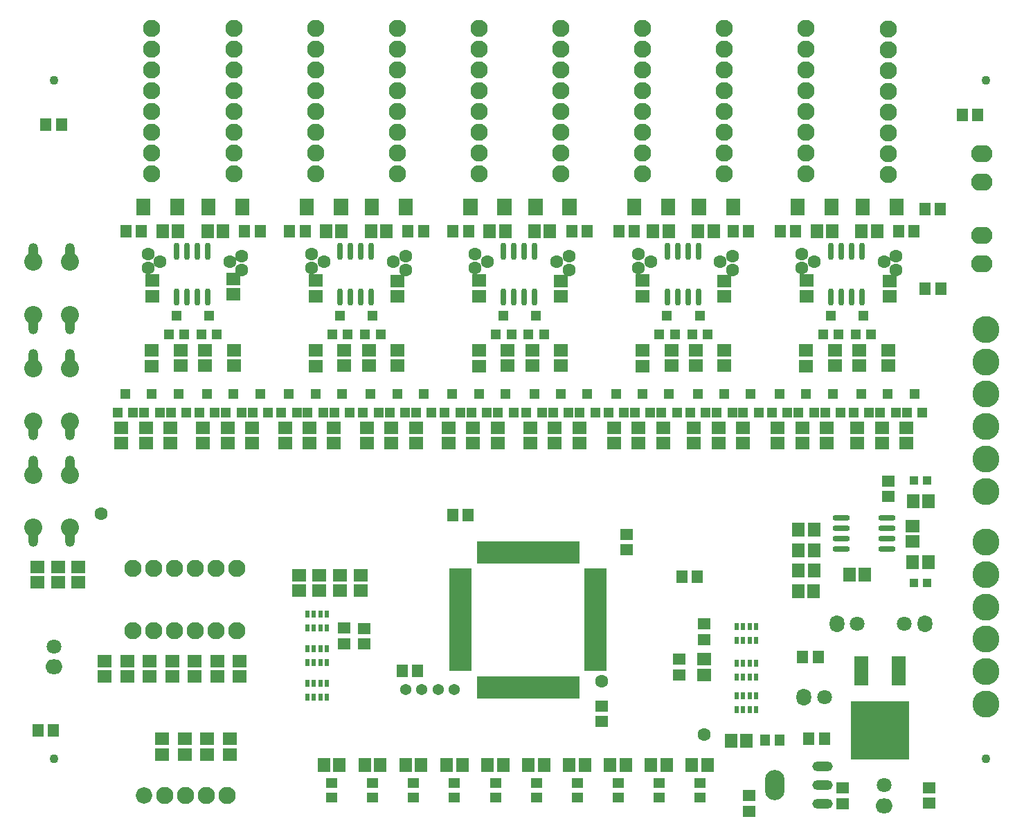
<source format=gts>
%FSLAX25Y25*%
%MOIN*%
G70*
G01*
G75*
%ADD10C,0.03937*%
%ADD11R,0.05906X0.05118*%
%ADD12R,0.01969X0.03150*%
%ADD13R,0.09843X0.01063*%
%ADD14R,0.01063X0.09843*%
%ADD15R,0.05118X0.05906*%
%ADD16O,0.03937X0.07874*%
%ADD17R,0.03661X0.03661*%
%ADD18O,0.08000X0.02400*%
%ADD19R,0.05906X0.07874*%
%ADD20R,0.03500X0.03500*%
%ADD21O,0.02400X0.08000*%
%ADD22O,0.08661X0.13780*%
%ADD23O,0.09000X0.04000*%
%ADD24R,0.06299X0.13780*%
%ADD25R,0.27559X0.27559*%
%ADD26R,0.04921X0.03937*%
%ADD27R,0.03937X0.04921*%
%ADD28C,0.00984*%
%ADD29C,0.01181*%
%ADD30C,0.01969*%
%ADD31C,0.01000*%
%ADD32R,0.10827X0.10039*%
%ADD33R,0.04921X0.18701*%
%ADD34R,0.03937X0.14764*%
%ADD35R,0.03937X0.08858*%
%ADD36R,0.09843X0.16732*%
%ADD37R,0.14764X0.09843*%
%ADD38R,0.01969X0.03937*%
%ADD39R,0.03937X0.04921*%
%ADD40R,0.02953X0.06890*%
%ADD41R,0.03937X0.03937*%
%ADD42R,0.03937X0.06890*%
%ADD43R,0.06890X0.09843*%
%ADD44R,0.21654X0.05906*%
%ADD45R,0.37402X0.01969*%
%ADD46R,0.01969X0.01969*%
%ADD47R,0.02953X0.02953*%
%ADD48R,0.10827X0.05906*%
%ADD49R,0.13780X0.17717*%
%ADD50R,0.23622X0.05906*%
%ADD51R,0.06890X0.22638*%
%ADD52R,0.09843X0.28543*%
%ADD53R,0.02953X0.02953*%
%ADD54R,0.07874X0.14764*%
%ADD55R,0.00984X0.01969*%
%ADD56R,0.01969X0.02953*%
%ADD57R,0.02953X0.04921*%
%ADD58R,0.09843X0.09843*%
%ADD59R,0.44291X0.19685*%
%ADD60R,0.11811X0.18701*%
%ADD61R,0.17717X0.18701*%
%ADD62R,0.10827X0.19685*%
%ADD63R,0.05906X0.50197*%
%ADD64R,0.07874X0.62008*%
%ADD65R,0.10827X0.19685*%
%ADD66R,0.07874X0.62008*%
%ADD67R,0.41339X0.43307*%
%ADD68R,0.02953X0.29528*%
%ADD69R,0.43307X0.02953*%
%ADD70R,0.17717X0.03937*%
%ADD71R,0.00984X0.03937*%
%ADD72R,0.11811X0.07874*%
%ADD73R,0.01969X0.00984*%
%ADD74R,0.02953X0.00984*%
%ADD75R,0.27559X0.04921*%
%ADD76R,0.00984X0.03937*%
%ADD77R,0.16732X0.08858*%
%ADD78R,0.21654X0.05906*%
%ADD79R,0.29528X0.17717*%
%ADD80R,0.06890X0.13780*%
%ADD81R,0.05906X0.06890*%
%ADD82R,0.04921X0.06890*%
%ADD83R,0.22638X0.04921*%
%ADD84R,0.22638X0.06890*%
%ADD85R,0.23622X0.07874*%
%ADD86R,0.22638X0.04921*%
%ADD87R,0.22638X0.03937*%
%ADD88R,0.22638X0.04921*%
%ADD89R,0.22638X0.06890*%
%ADD90R,0.17717X0.21654*%
%ADD91R,0.13780X0.15748*%
%ADD92R,0.13780X0.16732*%
%ADD93R,0.12795X0.07874*%
%ADD94R,0.08858X0.24606*%
%ADD95R,0.02953X0.25591*%
%ADD96R,0.15748X0.23622*%
%ADD97R,0.11811X0.25591*%
%ADD98R,0.02953X0.25591*%
%ADD99R,0.12795X0.07874*%
%ADD100R,0.13780X0.16732*%
%ADD101R,0.13780X0.15748*%
%ADD102R,0.17717X0.21654*%
%ADD103R,0.11811X0.25591*%
%ADD104R,0.15748X0.23622*%
%ADD105R,0.08858X0.24606*%
%ADD106R,0.04921X0.03937*%
%ADD107R,0.03937X0.03937*%
%ADD108R,0.07874X0.01969*%
%ADD109R,0.04921X0.07874*%
%ADD110R,0.09843X0.04921*%
%ADD111R,0.04921X0.01969*%
%ADD112R,0.03937X0.11811*%
%ADD113R,0.16732X0.14764*%
%ADD114R,0.09843X0.06890*%
%ADD115R,0.07874X0.32480*%
%ADD116R,0.11811X0.08858*%
%ADD117R,0.02953X0.07874*%
%ADD118R,0.16732X0.03937*%
%ADD119R,0.15748X0.14764*%
%ADD120R,0.14764X0.01969*%
%ADD121R,0.13780X0.07874*%
%ADD122R,0.32480X0.07874*%
%ADD123R,0.13780X0.30512*%
%ADD124R,0.29528X0.00984*%
%ADD125R,0.01969X0.10827*%
%ADD126R,0.02953X0.07874*%
%ADD127R,0.01969X0.12795*%
%ADD128R,0.00984X0.10827*%
%ADD129R,0.01969X0.09843*%
%ADD130R,0.01969X0.08858*%
%ADD131R,0.01969X0.07874*%
%ADD132R,0.01969X0.04921*%
%ADD133R,0.01969X0.02953*%
%ADD134R,0.12795X0.06890*%
%ADD135R,0.30512X0.02953*%
%ADD136R,0.03937X0.03937*%
%ADD137R,0.03937X0.02953*%
%ADD138R,0.03937X0.03937*%
%ADD139R,0.04921X0.03937*%
%ADD140R,0.03937X0.02953*%
%ADD141R,0.00984X0.07874*%
%ADD142R,0.02461X0.07874*%
%ADD143C,0.05512*%
%ADD144C,0.07874*%
%ADD145P,0.07874X8X0*%
%ADD146C,0.06693*%
%ADD147O,0.07874X0.06693*%
%ADD148C,0.03937*%
%ADD149C,0.12598*%
%ADD150O,0.09843X0.07874*%
%ADD151O,0.06693X0.07874*%
%ADD152C,0.05000*%
%ADD153C,0.02953*%
%ADD154R,0.18701X0.09843*%
%ADD155R,0.21654X0.14764*%
%ADD156R,0.33465X0.62992*%
%ADD157R,0.12795X1.43701*%
%ADD158R,0.19685X0.33465*%
%ADD159R,0.19685X0.16732*%
%ADD160R,0.52165X0.38386*%
%ADD161R,0.38386X0.03937*%
%ADD162R,0.51181X0.11811*%
%ADD163R,0.16732X0.13780*%
%ADD164R,0.12795X0.27559*%
%ADD165R,0.11811X0.02953*%
%ADD166R,0.31496X0.19685*%
%ADD167R,0.12795X0.52165*%
%ADD168R,0.16732X0.57087*%
%ADD169R,0.05906X0.23622*%
%ADD170R,0.25591X0.17717*%
%ADD171R,0.18701X0.05906*%
%ADD172R,0.24606X0.18701*%
%ADD173R,0.35433X0.13780*%
%ADD174R,0.04921X0.10827*%
%ADD175R,0.06890X0.14764*%
%ADD176R,0.17717X0.10827*%
%ADD177R,0.31496X0.05906*%
%ADD178R,0.05906X0.21654*%
%ADD179R,0.04921X0.23622*%
%ADD180R,0.04921X0.23622*%
%ADD181R,0.12795X0.33465*%
%ADD182R,0.31496X0.07874*%
%ADD183R,0.09843X0.35433*%
%ADD184R,0.22638X0.11811*%
%ADD185R,0.16732X0.30512*%
%ADD186R,0.19685X0.18701*%
%ADD187R,0.21654X0.21654*%
%ADD188R,0.08858X0.29528*%
%ADD189R,0.44291X0.14764*%
%ADD190R,0.50197X0.25591*%
%ADD191R,0.29528X0.11811*%
%ADD192R,0.32480X0.13780*%
%ADD193R,0.08858X0.06890*%
%ADD194R,0.02953X0.05906*%
%ADD195R,0.02953X0.04921*%
%ADD196R,0.37402X0.36417*%
%ADD197R,0.15748X0.06890*%
%ADD198R,0.06890X0.16732*%
%ADD199R,0.55118X0.61024*%
%ADD200R,0.03937X0.53150*%
%ADD201R,0.09843X0.11811*%
%ADD202R,0.31496X0.19685*%
%ADD203R,0.17717X0.06890*%
%ADD204R,0.04921X0.20669*%
%ADD205R,0.16732X0.10827*%
%ADD206R,0.11811X0.09843*%
%ADD207R,0.08858X0.01969*%
%ADD208R,0.19685X0.03937*%
%ADD209R,0.11811X0.12795*%
%ADD210R,0.11811X0.28543*%
%ADD211R,0.19685X0.13780*%
%ADD212R,0.24606X0.16732*%
%ADD213R,0.31496X0.11811*%
%ADD214R,0.08858X0.03937*%
%ADD215R,0.03937X0.10827*%
%ADD216R,0.92520X0.05906*%
%ADD217R,0.16732X0.21654*%
%ADD218R,0.06890X0.42323*%
%ADD219R,0.78740X0.14764*%
%ADD220R,0.05906X0.10827*%
%ADD221R,0.03937X0.11811*%
%ADD222R,0.69882X0.03937*%
%ADD223R,0.21654X0.03937*%
%ADD224R,0.96457X0.03937*%
%ADD225R,0.23622X0.16732*%
%ADD226R,0.18701X0.25591*%
%ADD227R,0.12795X0.19685*%
%ADD228R,0.11811X0.32480*%
%ADD229R,0.11811X0.32480*%
%ADD230R,0.12795X0.19685*%
%ADD231R,0.15748X0.05906*%
%ADD232R,0.02953X0.10827*%
%ADD233R,0.04921X0.13780*%
%ADD234R,0.03937X0.09843*%
%ADD235R,0.18701X0.18701*%
%ADD236R,0.09843X0.15748*%
%ADD237R,0.14764X0.06890*%
%ADD238C,0.00787*%
%ADD239C,0.00394*%
%ADD240C,0.00591*%
%ADD241C,0.01200*%
%ADD242C,0.00787*%
%ADD243C,0.00400*%
%ADD244C,0.00600*%
%ADD245R,0.06890X0.07874*%
%ADD246R,0.06791X0.07874*%
%ADD247R,0.06306X0.05518*%
%ADD248R,0.02369X0.03550*%
%ADD249R,0.10643X0.01863*%
%ADD250R,0.01863X0.10643*%
%ADD251R,0.06706X0.05918*%
%ADD252R,0.05518X0.06306*%
%ADD253O,0.04737X0.08674*%
%ADD254R,0.05918X0.06706*%
%ADD255R,0.04061X0.04061*%
%ADD256O,0.08400X0.02800*%
%ADD257R,0.06306X0.08274*%
%ADD258R,0.04602X0.04602*%
%ADD259O,0.02800X0.08400*%
%ADD260O,0.09461X0.14580*%
%ADD261O,0.09800X0.04800*%
%ADD262R,0.06699X0.14179*%
%ADD263R,0.27959X0.27959*%
%ADD264R,0.05721X0.04737*%
%ADD265R,0.04737X0.05721*%
%ADD266C,0.06312*%
%ADD267C,0.08274*%
%ADD268P,0.08274X8X0*%
%ADD269C,0.07093*%
%ADD270O,0.08274X0.07093*%
%ADD271C,0.08674*%
%ADD272C,0.04337*%
%ADD273C,0.12998*%
%ADD274O,0.10243X0.08274*%
%ADD275O,0.07093X0.08274*%
%ADD276C,0.05400*%
D245*
X330216Y299213D02*
D03*
X408956D02*
D03*
X394194D02*
D03*
X172736D02*
D03*
X157973D02*
D03*
X79233D02*
D03*
X93995D02*
D03*
X236713D02*
D03*
X315453D02*
D03*
X251476D02*
D03*
D246*
X346702D02*
D03*
X425442D02*
D03*
X377707D02*
D03*
X189222D02*
D03*
X141487D02*
D03*
X62747D02*
D03*
X110482D02*
D03*
X220227D02*
D03*
X298967D02*
D03*
X267962D02*
D03*
D247*
X283519Y51451D02*
D03*
Y58931D02*
D03*
X421314Y167199D02*
D03*
Y159719D02*
D03*
X440999Y12081D02*
D03*
Y19561D02*
D03*
X399552Y11935D02*
D03*
Y19415D02*
D03*
X354385Y8144D02*
D03*
Y15624D02*
D03*
X169237Y88707D02*
D03*
Y96187D02*
D03*
X159503Y88853D02*
D03*
Y96333D02*
D03*
X295330Y141608D02*
D03*
Y134128D02*
D03*
X332732Y90821D02*
D03*
Y98301D02*
D03*
X320812Y81423D02*
D03*
Y73943D02*
D03*
D248*
X144882Y96457D02*
D03*
X148032D02*
D03*
X151182D02*
D03*
X141732D02*
D03*
X151182Y103147D02*
D03*
X148032D02*
D03*
X144882D02*
D03*
X141732D02*
D03*
X151182Y69682D02*
D03*
X148032D02*
D03*
X144882D02*
D03*
X141732D02*
D03*
X151182Y62992D02*
D03*
X148032D02*
D03*
X144882D02*
D03*
X141732D02*
D03*
X144882Y79724D02*
D03*
X148032D02*
D03*
X151182D02*
D03*
X141732D02*
D03*
X151182Y86414D02*
D03*
X148032D02*
D03*
X144882D02*
D03*
X141732D02*
D03*
X348425Y97241D02*
D03*
X351575D02*
D03*
X354725D02*
D03*
X357875D02*
D03*
X348425Y90551D02*
D03*
X357875D02*
D03*
X354725D02*
D03*
X351575D02*
D03*
X348425Y79525D02*
D03*
X351575D02*
D03*
X354725D02*
D03*
X357875D02*
D03*
X348425Y72835D02*
D03*
X357875D02*
D03*
X354725D02*
D03*
X351575D02*
D03*
X348425Y57087D02*
D03*
X351575D02*
D03*
X354725D02*
D03*
X357875D02*
D03*
X348425Y63777D02*
D03*
X351575D02*
D03*
X354725D02*
D03*
X357875D02*
D03*
D249*
X215551Y98425D02*
D03*
Y100394D02*
D03*
X280512Y110236D02*
D03*
Y108268D02*
D03*
Y106299D02*
D03*
Y104331D02*
D03*
Y116142D02*
D03*
Y76772D02*
D03*
Y78740D02*
D03*
Y80709D02*
D03*
Y82677D02*
D03*
Y84646D02*
D03*
Y86614D02*
D03*
Y88583D02*
D03*
Y90551D02*
D03*
Y92520D02*
D03*
Y94488D02*
D03*
Y96457D02*
D03*
Y98425D02*
D03*
Y100394D02*
D03*
Y102362D02*
D03*
Y114173D02*
D03*
Y118110D02*
D03*
Y120079D02*
D03*
Y122047D02*
D03*
Y124016D02*
D03*
X215551D02*
D03*
Y122047D02*
D03*
Y120079D02*
D03*
Y118110D02*
D03*
Y116142D02*
D03*
Y114173D02*
D03*
Y112205D02*
D03*
Y110236D02*
D03*
Y108268D02*
D03*
Y106299D02*
D03*
Y104331D02*
D03*
Y102362D02*
D03*
Y96457D02*
D03*
Y94488D02*
D03*
Y92520D02*
D03*
Y90551D02*
D03*
Y88583D02*
D03*
Y86614D02*
D03*
Y84646D02*
D03*
Y82677D02*
D03*
Y80709D02*
D03*
Y78740D02*
D03*
Y76772D02*
D03*
X280512Y112205D02*
D03*
D250*
X255906Y132874D02*
D03*
X257874D02*
D03*
X230315D02*
D03*
X228346D02*
D03*
X271654D02*
D03*
X269685D02*
D03*
X267717D02*
D03*
X265748D02*
D03*
X263779D02*
D03*
X261811D02*
D03*
X259842D02*
D03*
X253937D02*
D03*
X251969D02*
D03*
X250000D02*
D03*
X246063D02*
D03*
X244094D02*
D03*
X242126D02*
D03*
X240158D02*
D03*
X238189D02*
D03*
X236221D02*
D03*
X234252D02*
D03*
X232283D02*
D03*
X226378D02*
D03*
X224409D02*
D03*
X224410Y67913D02*
D03*
X226378D02*
D03*
X228346D02*
D03*
X230315D02*
D03*
X232283D02*
D03*
X234252D02*
D03*
X236221D02*
D03*
X238189D02*
D03*
X240158D02*
D03*
X242126D02*
D03*
X244094D02*
D03*
X246063D02*
D03*
X248031D02*
D03*
X250000D02*
D03*
X251969D02*
D03*
X253937D02*
D03*
X255906D02*
D03*
X257874D02*
D03*
X259842D02*
D03*
X261811D02*
D03*
X263779D02*
D03*
X265748D02*
D03*
X267717D02*
D03*
X269685D02*
D03*
X271654D02*
D03*
X248031Y132874D02*
D03*
D251*
X71796Y43037D02*
D03*
Y35557D02*
D03*
X104276D02*
D03*
Y43037D02*
D03*
X93449D02*
D03*
Y35557D02*
D03*
X82623D02*
D03*
Y43037D02*
D03*
X11865Y125860D02*
D03*
Y118380D02*
D03*
X21708D02*
D03*
Y125860D02*
D03*
X31550D02*
D03*
Y118380D02*
D03*
X433125Y138065D02*
D03*
Y145545D02*
D03*
X303095Y222565D02*
D03*
Y230045D02*
D03*
X342574Y230191D02*
D03*
Y222711D02*
D03*
X407535D02*
D03*
Y230191D02*
D03*
X391787Y192789D02*
D03*
Y185309D02*
D03*
X379976D02*
D03*
Y192789D02*
D03*
X368165D02*
D03*
Y185309D02*
D03*
X422190Y263510D02*
D03*
Y256029D02*
D03*
X381944Y256175D02*
D03*
Y263656D02*
D03*
X289424Y192789D02*
D03*
Y185309D02*
D03*
X327810D02*
D03*
Y192789D02*
D03*
X339621D02*
D03*
Y185309D02*
D03*
X313047Y192789D02*
D03*
Y185309D02*
D03*
X351432D02*
D03*
Y192789D02*
D03*
X301236Y185309D02*
D03*
Y192789D02*
D03*
X328795Y222711D02*
D03*
Y230191D02*
D03*
X316984D02*
D03*
Y222711D02*
D03*
X342465Y263510D02*
D03*
Y256029D02*
D03*
X381835Y222565D02*
D03*
Y230045D02*
D03*
X395724Y230191D02*
D03*
Y222711D02*
D03*
X421314Y230191D02*
D03*
Y222711D02*
D03*
X430172Y185309D02*
D03*
Y192789D02*
D03*
X418362D02*
D03*
Y185309D02*
D03*
X406550D02*
D03*
Y192789D02*
D03*
X106245Y264494D02*
D03*
Y257014D02*
D03*
X66983Y256175D02*
D03*
Y263656D02*
D03*
X303204Y256175D02*
D03*
Y263656D02*
D03*
X263725Y263510D02*
D03*
Y256029D02*
D03*
X224464Y256175D02*
D03*
Y263656D02*
D03*
X209700Y192789D02*
D03*
Y185309D02*
D03*
X272692D02*
D03*
Y192789D02*
D03*
X260881D02*
D03*
Y185309D02*
D03*
X249070D02*
D03*
Y192789D02*
D03*
X221511Y185309D02*
D03*
Y192789D02*
D03*
X233322D02*
D03*
Y185309D02*
D03*
X184985Y263510D02*
D03*
Y256029D02*
D03*
X145724Y256175D02*
D03*
Y263656D02*
D03*
X130960Y192789D02*
D03*
Y185309D02*
D03*
X193952D02*
D03*
Y192789D02*
D03*
X182141D02*
D03*
Y185309D02*
D03*
X170330D02*
D03*
Y192789D02*
D03*
X142771Y185309D02*
D03*
Y192789D02*
D03*
X154582D02*
D03*
Y185309D02*
D03*
X115212D02*
D03*
Y192789D02*
D03*
X103401D02*
D03*
Y185309D02*
D03*
X91590D02*
D03*
Y192789D02*
D03*
X52220D02*
D03*
Y185309D02*
D03*
X64031D02*
D03*
Y192789D02*
D03*
X75842D02*
D03*
Y185309D02*
D03*
X98371Y80439D02*
D03*
Y72958D02*
D03*
X109197D02*
D03*
Y80439D02*
D03*
X87544D02*
D03*
Y72958D02*
D03*
X76717D02*
D03*
Y80439D02*
D03*
X65890D02*
D03*
Y72958D02*
D03*
X55064D02*
D03*
Y80439D02*
D03*
X44237D02*
D03*
Y72958D02*
D03*
X137850Y114443D02*
D03*
Y121923D02*
D03*
X147583Y114297D02*
D03*
Y121777D02*
D03*
X157535Y121923D02*
D03*
Y114443D02*
D03*
X167377D02*
D03*
Y121923D02*
D03*
X332623Y73943D02*
D03*
Y81423D02*
D03*
X250054Y222711D02*
D03*
Y230191D02*
D03*
X224355Y222565D02*
D03*
Y230045D02*
D03*
X238243Y230191D02*
D03*
Y222711D02*
D03*
X263834Y230191D02*
D03*
Y222711D02*
D03*
X145615Y222565D02*
D03*
Y230045D02*
D03*
X171314Y222711D02*
D03*
Y230191D02*
D03*
X159503D02*
D03*
Y222711D02*
D03*
X185094Y230191D02*
D03*
Y222711D02*
D03*
X66875Y222565D02*
D03*
Y230045D02*
D03*
X92574Y222711D02*
D03*
Y230191D02*
D03*
X80763D02*
D03*
Y222711D02*
D03*
X106354Y230191D02*
D03*
Y222711D02*
D03*
D252*
X19561Y47190D02*
D03*
X12081D02*
D03*
X291609Y287347D02*
D03*
X299089D02*
D03*
X354207D02*
D03*
X346727D02*
D03*
X433931D02*
D03*
X426451D02*
D03*
X369364D02*
D03*
X376845D02*
D03*
X276451D02*
D03*
X268971D02*
D03*
X211884D02*
D03*
X219364D02*
D03*
X197711D02*
D03*
X190231D02*
D03*
X133144D02*
D03*
X140624D02*
D03*
X118971D02*
D03*
X111490D02*
D03*
X54404D02*
D03*
X61884D02*
D03*
X23352Y338637D02*
D03*
X15872D02*
D03*
X464443Y343449D02*
D03*
X456963D02*
D03*
X446581Y298283D02*
D03*
X439100D02*
D03*
X446727Y259788D02*
D03*
X439246D02*
D03*
X390624Y43253D02*
D03*
X383144D02*
D03*
X380191Y82623D02*
D03*
X387671D02*
D03*
X194758Y75733D02*
D03*
X187278D02*
D03*
X321974Y121117D02*
D03*
X329454D02*
D03*
X219218Y150645D02*
D03*
X211738D02*
D03*
D253*
X27565Y139779D02*
D03*
X9849D02*
D03*
X27565Y175212D02*
D03*
X9849D02*
D03*
Y226393D02*
D03*
X27565D02*
D03*
X9849Y190960D02*
D03*
X27565D02*
D03*
Y242141D02*
D03*
X9849D02*
D03*
X27565Y277574D02*
D03*
X9849D02*
D03*
D254*
X385703Y143646D02*
D03*
X378223D02*
D03*
X378077Y114228D02*
D03*
X385557D02*
D03*
X378223Y123961D02*
D03*
X385703D02*
D03*
X378223Y133804D02*
D03*
X385703D02*
D03*
X433341Y157426D02*
D03*
X440821D02*
D03*
X433195Y128007D02*
D03*
X440675D02*
D03*
X308195Y287456D02*
D03*
X315675D02*
D03*
X258588D02*
D03*
X251108D02*
D03*
X229455D02*
D03*
X236935D02*
D03*
X179848D02*
D03*
X172368D02*
D03*
X150714D02*
D03*
X158195D02*
D03*
X101108D02*
D03*
X93628D02*
D03*
X71974D02*
D03*
X79454D02*
D03*
X416069D02*
D03*
X408588D02*
D03*
X386935D02*
D03*
X394415D02*
D03*
X337329D02*
D03*
X329848D02*
D03*
X255636Y30566D02*
D03*
X248155D02*
D03*
X228470D02*
D03*
X235950D02*
D03*
X216266D02*
D03*
X208785D02*
D03*
X189100D02*
D03*
X196581D02*
D03*
X176895D02*
D03*
X169415D02*
D03*
X149730D02*
D03*
X157210D02*
D03*
X267840D02*
D03*
X275321D02*
D03*
X295006D02*
D03*
X287525D02*
D03*
X307210D02*
D03*
X314691D02*
D03*
X334376D02*
D03*
X326895D02*
D03*
X353222Y42268D02*
D03*
X345742D02*
D03*
X410163Y122102D02*
D03*
X402683D02*
D03*
D255*
X433870Y118110D02*
D03*
X440158D02*
D03*
X433870Y167323D02*
D03*
X440158D02*
D03*
D256*
X398622Y144606D02*
D03*
Y149606D02*
D03*
X420622Y139606D02*
D03*
X398622Y134606D02*
D03*
X420622Y149606D02*
D03*
Y144606D02*
D03*
X398622Y139606D02*
D03*
X420622Y134606D02*
D03*
D257*
X330709Y299213D02*
D03*
X346309D02*
D03*
X409449D02*
D03*
X425049D02*
D03*
X378101D02*
D03*
X393701D02*
D03*
X173228D02*
D03*
X188828D02*
D03*
X141880D02*
D03*
X157480D02*
D03*
X63140D02*
D03*
X78740D02*
D03*
X94488D02*
D03*
X110088D02*
D03*
X220620D02*
D03*
X236220D02*
D03*
X299361D02*
D03*
X314961D02*
D03*
X251969D02*
D03*
X267568D02*
D03*
D258*
X240955Y200224D02*
D03*
X233455D02*
D03*
X237155Y209224D02*
D03*
X224359D02*
D03*
X220659Y200224D02*
D03*
X228159D02*
D03*
X215364D02*
D03*
X207864D02*
D03*
X211564Y209224D02*
D03*
X162215Y200224D02*
D03*
X154715D02*
D03*
X158414Y209224D02*
D03*
X145619D02*
D03*
X141919Y200224D02*
D03*
X149419D02*
D03*
X83474D02*
D03*
X75974D02*
D03*
X79674Y209224D02*
D03*
X66879D02*
D03*
X63179Y200224D02*
D03*
X70679D02*
D03*
X57884D02*
D03*
X50384D02*
D03*
X54084Y209224D02*
D03*
X136624Y200224D02*
D03*
X129124D02*
D03*
X132824Y209224D02*
D03*
X398435Y200224D02*
D03*
X390935D02*
D03*
X394635Y209224D02*
D03*
X381840D02*
D03*
X378140Y200224D02*
D03*
X385640D02*
D03*
X372845D02*
D03*
X365345D02*
D03*
X369044Y209224D02*
D03*
X413199Y237626D02*
D03*
X405699D02*
D03*
X409399Y246626D02*
D03*
X393651D02*
D03*
X389951Y237626D02*
D03*
X397451D02*
D03*
X314911Y246626D02*
D03*
X311211Y237626D02*
D03*
X318711D02*
D03*
X329674Y209224D02*
D03*
X325974Y200224D02*
D03*
X333474D02*
D03*
X346270D02*
D03*
X338770D02*
D03*
X342470Y209224D02*
D03*
X355265D02*
D03*
X351565Y200224D02*
D03*
X359065D02*
D03*
X294104D02*
D03*
X286604D02*
D03*
X290304Y209224D02*
D03*
X303100D02*
D03*
X299400Y200224D02*
D03*
X306900D02*
D03*
X319695D02*
D03*
X312195D02*
D03*
X315895Y209224D02*
D03*
X334459Y237626D02*
D03*
X326959D02*
D03*
X330659Y246626D02*
D03*
X437805Y200224D02*
D03*
X430305D02*
D03*
X434005Y209224D02*
D03*
X425010Y200224D02*
D03*
X417510D02*
D03*
X421210Y209224D02*
D03*
X408415D02*
D03*
X404714Y200224D02*
D03*
X412215D02*
D03*
X276525Y209224D02*
D03*
X272825Y200224D02*
D03*
X280325D02*
D03*
X267530D02*
D03*
X260030D02*
D03*
X263730Y209224D02*
D03*
X250934D02*
D03*
X247234Y200224D02*
D03*
X254734D02*
D03*
X197785Y209224D02*
D03*
X194085Y200224D02*
D03*
X201585D02*
D03*
X188789D02*
D03*
X181289D02*
D03*
X184989Y209224D02*
D03*
X172194D02*
D03*
X168494Y200224D02*
D03*
X175994D02*
D03*
X119044Y209224D02*
D03*
X115345Y200224D02*
D03*
X122845D02*
D03*
X110049D02*
D03*
X102549D02*
D03*
X106249Y209224D02*
D03*
X93454D02*
D03*
X89754Y200224D02*
D03*
X97254D02*
D03*
X255718Y237626D02*
D03*
X248218D02*
D03*
X251919Y246626D02*
D03*
X236170D02*
D03*
X232470Y237626D02*
D03*
X239970D02*
D03*
X176978D02*
D03*
X169478D02*
D03*
X173178Y246626D02*
D03*
X157430D02*
D03*
X153730Y237626D02*
D03*
X161230D02*
D03*
X98238D02*
D03*
X90738D02*
D03*
X94438Y246626D02*
D03*
X78690D02*
D03*
X74990Y237626D02*
D03*
X82490D02*
D03*
D259*
X78740Y277906D02*
D03*
X83740D02*
D03*
X88740D02*
D03*
X83740Y255906D02*
D03*
X93740D02*
D03*
Y277906D02*
D03*
X88740Y255906D02*
D03*
X78740D02*
D03*
X157480D02*
D03*
X167480D02*
D03*
X172480Y277906D02*
D03*
Y255906D02*
D03*
X162480D02*
D03*
X167480Y277906D02*
D03*
X162480D02*
D03*
X157480D02*
D03*
X236220D02*
D03*
X241220D02*
D03*
X246220D02*
D03*
X241220Y255906D02*
D03*
X251220D02*
D03*
Y277906D02*
D03*
X246220Y255906D02*
D03*
X236220D02*
D03*
X314961D02*
D03*
X324961D02*
D03*
X329961Y277906D02*
D03*
Y255906D02*
D03*
X319961D02*
D03*
X324961Y277906D02*
D03*
X319961D02*
D03*
X314961D02*
D03*
X393701D02*
D03*
X398701D02*
D03*
X403701D02*
D03*
X398701Y255906D02*
D03*
X408701D02*
D03*
Y277906D02*
D03*
X403701Y255906D02*
D03*
X393701D02*
D03*
D260*
X366737Y20662D02*
D03*
D261*
X389768D02*
D03*
Y29717D02*
D03*
Y11804D02*
D03*
D262*
X426378Y75787D02*
D03*
X408268D02*
D03*
D263*
X417323Y47244D02*
D03*
D264*
X153543Y14653D02*
D03*
Y21654D02*
D03*
X173228D02*
D03*
Y14653D02*
D03*
X192913D02*
D03*
Y21654D02*
D03*
X212598D02*
D03*
Y14653D02*
D03*
X232283D02*
D03*
Y21654D02*
D03*
X251969D02*
D03*
Y14653D02*
D03*
X271654D02*
D03*
Y21654D02*
D03*
X311024Y14653D02*
D03*
Y21654D02*
D03*
X330709D02*
D03*
Y14653D02*
D03*
X291338Y21654D02*
D03*
Y14653D02*
D03*
D265*
X369094Y42323D02*
D03*
X362094D02*
D03*
D266*
X42323Y151575D02*
D03*
X283465Y70866D02*
D03*
X332677Y45276D02*
D03*
X379921Y269685D02*
D03*
Y276575D02*
D03*
X385827Y272638D02*
D03*
X419291D02*
D03*
X425197Y268701D02*
D03*
Y275590D02*
D03*
X110236D02*
D03*
Y268701D02*
D03*
X104331Y272638D02*
D03*
X70866D02*
D03*
X64961Y276575D02*
D03*
Y269685D02*
D03*
X143701D02*
D03*
Y276575D02*
D03*
X149606Y272638D02*
D03*
X183071D02*
D03*
X188976Y268701D02*
D03*
Y275590D02*
D03*
X267717D02*
D03*
Y268701D02*
D03*
X261811Y272638D02*
D03*
X228346D02*
D03*
X222441Y276575D02*
D03*
Y269685D02*
D03*
X346457Y275590D02*
D03*
Y268701D02*
D03*
X340551Y272638D02*
D03*
X307087D02*
D03*
X301181Y276575D02*
D03*
Y269685D02*
D03*
D267*
X102992Y15748D02*
D03*
X92992D02*
D03*
X82992D02*
D03*
X72992D02*
D03*
X303150Y384961D02*
D03*
Y374961D02*
D03*
Y364961D02*
D03*
Y334961D02*
D03*
Y324961D02*
D03*
Y314961D02*
D03*
Y354961D02*
D03*
Y344961D02*
D03*
X421311Y384764D02*
D03*
Y374764D02*
D03*
Y364764D02*
D03*
Y334764D02*
D03*
Y324764D02*
D03*
Y314764D02*
D03*
Y354764D02*
D03*
Y344764D02*
D03*
X381890Y384961D02*
D03*
Y374961D02*
D03*
Y364961D02*
D03*
Y334961D02*
D03*
Y324961D02*
D03*
Y314961D02*
D03*
Y354961D02*
D03*
Y344961D02*
D03*
X66929Y384961D02*
D03*
Y374961D02*
D03*
Y364961D02*
D03*
Y334961D02*
D03*
Y324961D02*
D03*
Y314961D02*
D03*
Y354961D02*
D03*
Y344961D02*
D03*
X106299Y384961D02*
D03*
Y374961D02*
D03*
Y364961D02*
D03*
Y334961D02*
D03*
Y324961D02*
D03*
Y314961D02*
D03*
Y354961D02*
D03*
Y344961D02*
D03*
X145669Y384961D02*
D03*
Y374961D02*
D03*
Y364961D02*
D03*
Y334961D02*
D03*
Y324961D02*
D03*
Y314961D02*
D03*
Y354961D02*
D03*
Y344961D02*
D03*
X185039Y384961D02*
D03*
Y374961D02*
D03*
Y364961D02*
D03*
Y334961D02*
D03*
Y324961D02*
D03*
Y314961D02*
D03*
Y354961D02*
D03*
Y344961D02*
D03*
X224409Y384961D02*
D03*
Y374961D02*
D03*
Y364961D02*
D03*
Y334961D02*
D03*
Y324961D02*
D03*
Y314961D02*
D03*
Y354961D02*
D03*
Y344961D02*
D03*
X263779Y384961D02*
D03*
Y374961D02*
D03*
Y364961D02*
D03*
Y334961D02*
D03*
Y324961D02*
D03*
Y314961D02*
D03*
Y354961D02*
D03*
Y344961D02*
D03*
X342520Y384961D02*
D03*
Y374961D02*
D03*
Y364961D02*
D03*
Y334961D02*
D03*
Y324961D02*
D03*
Y314961D02*
D03*
Y354961D02*
D03*
Y344961D02*
D03*
X77677Y125236D02*
D03*
X97677D02*
D03*
X107677D02*
D03*
X67677D02*
D03*
X57677D02*
D03*
Y95236D02*
D03*
X67677D02*
D03*
X97677D02*
D03*
X107677D02*
D03*
X87677D02*
D03*
Y125236D02*
D03*
X77677Y95236D02*
D03*
D268*
X62992Y15748D02*
D03*
D269*
X19685Y87598D02*
D03*
X419291Y20669D02*
D03*
X390748Y62992D02*
D03*
X429134Y98425D02*
D03*
X406496D02*
D03*
D270*
X19685Y77756D02*
D03*
X419291Y10827D02*
D03*
D271*
X27559Y144685D02*
D03*
Y170275D02*
D03*
X9842D02*
D03*
Y144685D02*
D03*
Y195866D02*
D03*
Y221457D02*
D03*
X27559D02*
D03*
Y195866D02*
D03*
Y247047D02*
D03*
Y272638D02*
D03*
X9842D02*
D03*
Y247047D02*
D03*
D272*
X19685Y360236D02*
D03*
X468504D02*
D03*
Y33465D02*
D03*
X19685D02*
D03*
D273*
X468504Y59842D02*
D03*
Y75433D02*
D03*
Y91024D02*
D03*
Y122205D02*
D03*
Y137795D02*
D03*
Y106614D02*
D03*
Y162205D02*
D03*
Y177795D02*
D03*
Y193386D02*
D03*
Y224567D02*
D03*
Y240158D02*
D03*
Y208976D02*
D03*
D274*
X466535Y311024D02*
D03*
Y324803D02*
D03*
Y271654D02*
D03*
Y285433D02*
D03*
D275*
X380905Y62992D02*
D03*
X438976Y98425D02*
D03*
X396654D02*
D03*
D276*
X196850Y66929D02*
D03*
X204724D02*
D03*
X212598D02*
D03*
X188976D02*
D03*
M02*

</source>
